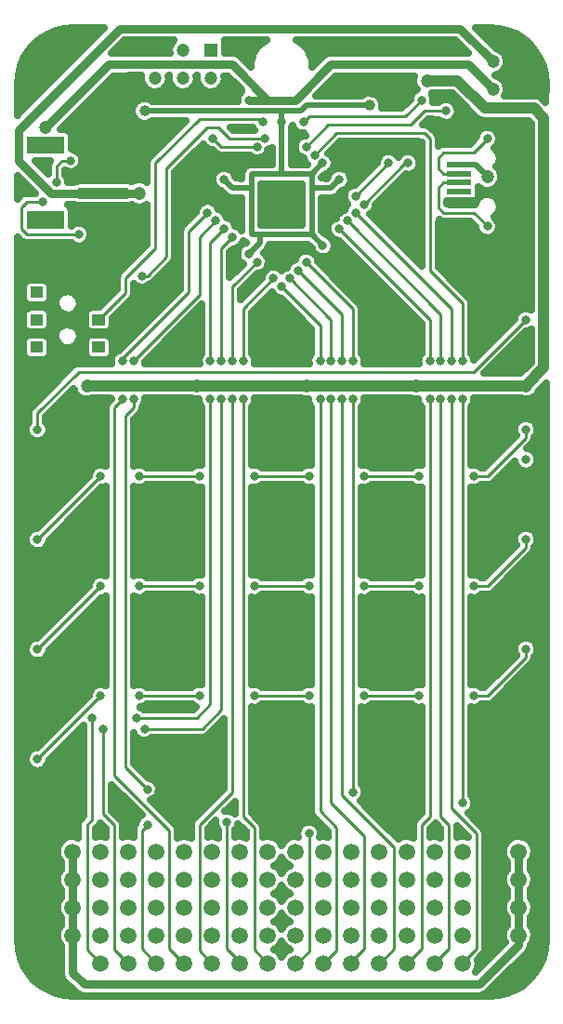
<source format=gbr>
G04 DipTrace 2.4.0.2*
%INBottom.gbr*%
%MOIN*%
%ADD10C,0.0098*%
%ADD13C,0.0197*%
%ADD16C,0.0315*%
%ADD18C,0.0394*%
%ADD20C,0.025*%
%ADD27R,0.0906X0.0197*%
%ADD28R,0.0984X0.0787*%
%ADD31C,0.0472*%
%ADD32R,0.0472X0.0472*%
%ADD34C,0.0591*%
%ADD35C,0.0472*%
%FSLAX44Y44*%
G04*
G70*
G90*
G75*
G01*
%LNBottom*%
%LPD*%
X12992Y32283D2*
D13*
X10728D1*
X10531Y32087D1*
X9843D1*
X4921D1*
X7776Y29626D2*
X8071Y29331D1*
X8760D1*
Y29823D1*
X9843D1*
Y31693D1*
X11319Y30217D2*
X10925Y29823D1*
X9843D1*
X11909Y29626D2*
X11614Y29331D1*
X10925D1*
Y29823D1*
X11319Y27264D2*
X10925Y27657D1*
Y29331D1*
X8661Y26969D2*
X9055Y27362D1*
Y27657D1*
X10925D1*
X9055D2*
X8760D1*
Y29331D1*
X9843Y31693D2*
Y32087D1*
X18343Y5543D2*
D16*
Y4543D1*
Y3543D1*
Y2543D1*
Y2201D1*
X16929Y787D1*
X2756D1*
X2343Y1201D1*
Y2543D1*
Y3543D1*
Y4543D1*
Y5543D1*
X1378Y31496D2*
X3642Y33760D1*
X8071D1*
X9350Y32480D1*
X10335D1*
X11614Y33760D1*
X16535D1*
X17421Y32874D1*
X8661Y32480D2*
X9350D1*
X15157Y23130D2*
D10*
Y24606D1*
X11909Y27854D1*
X15157Y21752D2*
Y6791D1*
X14862Y6496D1*
Y2067D1*
X14343Y1547D1*
Y1543D1*
X15551Y23130D2*
Y24803D1*
X12205Y28150D1*
X15551Y21752D2*
Y6791D1*
X15846Y6496D1*
Y2067D1*
X15343Y1563D1*
Y1543D1*
X15945Y23130D2*
Y25000D1*
X12500Y28445D1*
X15945Y21752D2*
Y7087D1*
X16831Y6201D1*
Y2067D1*
X16343Y1579D1*
Y1543D1*
X14370Y30217D2*
X14272D1*
X12795Y28740D1*
X13681Y30217D2*
X12500Y29035D1*
X7283Y23130D2*
Y27362D1*
X7776Y27854D1*
X3051Y10335D2*
Y6693D1*
X2854Y6496D1*
Y2031D1*
X3343Y1543D1*
X7283Y21752D2*
Y10827D1*
X6791Y10335D1*
X4626D1*
X7677Y23130D2*
Y27165D1*
X8071Y27559D1*
X3445Y9941D2*
Y6890D1*
X3839Y6496D1*
Y2047D1*
X4343Y1543D1*
X7677Y21752D2*
Y10630D1*
X6988Y9941D1*
X4921D1*
X7480Y28150D2*
X6890Y27559D1*
Y25492D1*
X4528Y23130D1*
X5343Y1543D2*
X4823Y2063D1*
Y6299D1*
X5020Y6496D1*
Y7776D2*
X4232Y8563D1*
Y21161D1*
X4528Y21457D1*
Y21752D1*
X7185Y28445D2*
X6496Y27756D1*
Y25591D1*
X4134Y23228D1*
Y23130D1*
X6343Y1543D2*
X5807Y2079D1*
Y6299D1*
X3839Y8268D1*
Y21457D1*
X4134Y21752D1*
X8071Y23130D2*
Y25787D1*
X8957Y26673D1*
X8071Y21752D2*
Y7677D1*
X6890Y6496D1*
Y1996D1*
X7343Y1543D1*
X12402Y23130D2*
Y25000D1*
X10728Y26673D1*
X12402Y21752D2*
Y7677D1*
X7874Y6594D2*
Y2067D1*
X8343Y1598D1*
Y1543D1*
X8465Y23130D2*
Y25000D1*
X9547Y26083D1*
X8465Y21752D2*
Y6791D1*
X8858Y6398D1*
Y2028D1*
X9343Y1543D1*
X11024Y30512D2*
X11811Y31299D1*
X14961D1*
X15157Y31102D1*
Y26378D1*
X16339Y25197D1*
Y23130D1*
Y21752D2*
Y7283D1*
X10827Y6201D2*
Y1969D1*
X10343Y1484D1*
Y1543D1*
X11220Y23130D2*
Y24409D1*
X9843Y25787D1*
X11220Y21752D2*
Y6988D1*
X11811Y6398D1*
Y2012D1*
X11343Y1543D1*
X11614Y23130D2*
Y24606D1*
X10138Y26083D1*
X11614Y21752D2*
Y7283D1*
X12795Y6102D1*
Y2067D1*
X12343Y1614D1*
Y1543D1*
X12008Y23130D2*
Y24803D1*
X10433Y26378D1*
X12008Y21752D2*
Y7579D1*
X13878Y5709D1*
Y2067D1*
X13354Y1543D1*
X13343D1*
X15748Y32087D2*
X14961D1*
X14469Y31594D1*
X11516D1*
X10728Y30807D1*
X3425Y29921D2*
D16*
X4724D1*
X17343Y2543D2*
Y3543D1*
Y4543D1*
Y5543D1*
X1343D2*
Y4543D1*
Y3543D1*
Y2543D1*
X1280Y28839D2*
D10*
X689D1*
X492Y28642D1*
Y27854D1*
X689Y27657D1*
X2559D1*
X2264Y30315D2*
X1969D1*
X1772Y30118D1*
Y29528D1*
X16201Y30157D2*
D13*
X16791D1*
X17224Y29724D1*
X14862Y32480D2*
D10*
X14272Y31890D1*
X10827D1*
X10630Y31693D1*
X9154D2*
Y31791D1*
X6890D1*
X5315Y30217D1*
Y27165D1*
X4232Y26083D1*
Y25561D1*
X3278Y24606D1*
X16201Y29528D2*
X15650D1*
X15453Y29331D1*
Y28642D1*
X15650Y28445D1*
X16732D1*
X17224Y27953D1*
X16201Y29843D2*
X15630D1*
X15453Y30020D1*
Y30413D1*
X15650Y30610D1*
X16732D1*
X17224Y31102D1*
X18602Y24606D2*
X16732Y22736D1*
X2559D1*
X1083Y21260D1*
Y20669D1*
X14764Y18996D2*
X12795D1*
X10827D2*
X8858D1*
X6890D2*
X4724D1*
X3346D2*
X1083Y16732D1*
X18602Y20669D2*
Y20374D1*
X17224Y18996D1*
X16732D1*
X18602Y16732D2*
Y16437D1*
X17224Y15059D1*
X16732D1*
X14764D2*
X12795D1*
X10827D2*
X8858D1*
X6890D2*
X4724D1*
X3346D2*
X1083Y12795D1*
X18602D2*
Y12500D1*
X17224Y11122D1*
X16732D1*
X14764D2*
X12795D1*
X10827D2*
X8858D1*
X6890D2*
X4724D1*
X3346D2*
X1083Y8858D1*
X9252Y31102D2*
X7972D1*
X7579Y31496D1*
X7185D1*
X5709Y30020D1*
Y26870D1*
X5020Y26181D1*
X4823D1*
X8957Y30807D2*
X7677D1*
X7382Y31102D1*
X3425Y29134D2*
D16*
X4724D1*
X3425D2*
X1575D1*
X394Y30315D1*
Y31398D1*
X4035Y35039D1*
X16240D1*
X17421Y33858D1*
X2854Y22244D2*
D18*
X6791D1*
X10728D1*
X14665D1*
X18602D1*
X15059Y33169D2*
X16142D1*
X17126Y32185D1*
X18898D1*
X19252Y31831D1*
Y22894D1*
X18602Y22244D1*
D35*
X17421Y33858D3*
X17224Y29724D3*
X1378Y31496D3*
D16*
X1772Y29528D3*
D35*
X17421Y32874D3*
X15059Y33169D3*
X18602Y22244D3*
X14665D3*
X10728D3*
D16*
X2264Y30315D3*
X1280Y28839D3*
X2559Y27657D3*
D35*
X4724Y29134D3*
X6791Y22244D3*
X4724Y29921D3*
X2854Y22244D3*
D18*
X12992Y32283D3*
D16*
X4823Y26181D3*
D18*
X4921Y32087D3*
D16*
X9843Y31693D3*
X12402Y23130D3*
X12795Y28740D3*
X14370Y30217D3*
X14862Y32480D3*
X8563Y34350D3*
X9252Y31102D3*
X10630Y31693D3*
X8957Y30807D3*
X10728D3*
X9154Y31693D3*
X11024Y30512D3*
X12500Y29035D3*
Y28445D3*
X7382Y31102D3*
X12205Y28150D3*
X11909Y29626D3*
Y27854D3*
X11614Y29921D3*
Y27559D3*
X12008Y23130D3*
X11614D3*
X11220D3*
X9843Y25787D3*
X8957Y26673D3*
X9547Y26083D3*
X8661Y26969D3*
X10138Y26083D3*
X13681Y30217D3*
X7185Y28445D3*
X7480Y29331D3*
Y28150D3*
X7776Y29626D3*
Y27854D3*
X12894Y30610D3*
X8071Y27559D3*
X14665Y27067D3*
X6102Y28839D3*
X9252Y29331D3*
X10433D3*
X9252Y28150D3*
X10433D3*
X9843Y29331D3*
X10433Y28740D3*
X9843Y28150D3*
X9252Y28740D3*
X11319Y30217D3*
Y27264D3*
X8661Y32480D3*
X17224Y27953D3*
Y31102D3*
X15748Y32087D3*
X12402Y21752D3*
X10433Y26378D3*
X10728Y26673D3*
X12008Y21752D3*
X8465Y23130D3*
X8071D3*
X7677D3*
X7283D3*
X4528D3*
X4134D3*
X16339D3*
X15945D3*
X15551D3*
X11614Y21752D3*
X11220D3*
X8465D3*
X8071D3*
X7677D3*
X7283D3*
X4528D3*
X4134D3*
X16339D3*
X15945D3*
X15551D3*
X15157D3*
Y23130D3*
X11122Y34350D3*
X12992Y34252D3*
X14665D3*
X6004Y26476D3*
X2461Y31594D3*
X16240Y27165D3*
X18406D3*
Y30413D3*
Y28642D3*
X1772Y20472D3*
X5315Y31299D3*
X3346Y28543D3*
X2264Y24606D3*
X5512Y25394D3*
X13976Y24606D3*
X17913D3*
X17520Y20866D3*
Y16732D3*
Y12795D3*
Y20472D3*
X1772Y16339D3*
X17520Y8858D3*
X1772Y20866D3*
Y16732D3*
X17520Y16339D3*
X1772Y12402D3*
Y12795D3*
Y8858D3*
X1870Y24606D3*
X17520Y12402D3*
X1772Y8465D3*
X5118Y24902D3*
X13583Y24606D3*
X17520D3*
Y8465D3*
X6004Y32579D3*
X5020Y7776D3*
X4626Y10335D3*
X3051D3*
X4921Y9941D3*
X3445D3*
X5020Y6496D3*
X12402Y7677D3*
X7874Y6594D3*
X16339Y7283D3*
X10827Y6201D3*
X18602Y24606D3*
X1083Y20669D3*
X18602D3*
X1083Y16732D3*
X14764Y18996D3*
X16732D3*
X10827D3*
X12795D3*
X8858D3*
X6890D3*
X4724D3*
X3346D3*
X18602Y19587D3*
X16732Y15059D3*
X14764D3*
X12795D3*
X10827D3*
X8858D3*
X6890D3*
X4724D3*
X3346D3*
X16732Y11122D3*
X14764D3*
X12795D3*
X10827D3*
X8858D3*
X6890D3*
X4724D3*
X3346D3*
X18602Y16732D3*
Y12795D3*
X1083D3*
Y8858D3*
X5709Y20669D3*
X9646D3*
X13583D3*
X5709Y16732D3*
X9646D3*
X13583D3*
X5709Y12795D3*
X9646D3*
X13583D3*
X5709Y8858D3*
X9646D3*
X13583D3*
X9843Y24606D3*
X6201Y24213D3*
X1431Y34819D2*
D20*
X3209D1*
X17064D2*
X18252D1*
X1080Y34571D2*
X2959D1*
X4173D2*
X5897D1*
X7814D2*
X9178D1*
X10505D2*
X16104D1*
X17314D2*
X18604D1*
X837Y34322D2*
X2713D1*
X3923D2*
X5787D1*
X7814D2*
X8924D1*
X10759D2*
X16354D1*
X17603D2*
X18846D1*
X669Y34073D2*
X2463D1*
X8361D2*
X8787D1*
X10900D2*
X11323D1*
X17884D2*
X19018D1*
X544Y33824D2*
X2213D1*
X8611D2*
X8721D1*
X10966D2*
X11071D1*
X17935D2*
X19139D1*
X462Y33576D2*
X1967D1*
X17845D2*
X19221D1*
X412Y33327D2*
X1717D1*
X3814D2*
X4791D1*
X7810D2*
X7898D1*
X11787D2*
X14573D1*
X17630D2*
X19272D1*
X392Y33078D2*
X1467D1*
X3564D2*
X4819D1*
X7779D2*
X8147D1*
X11537D2*
X14553D1*
X17892D2*
X19291D1*
X392Y32830D2*
X1221D1*
X3318D2*
X5041D1*
X5556D2*
X6041D1*
X6556D2*
X7041D1*
X7556D2*
X8397D1*
X11291D2*
X14623D1*
X17935D2*
X19295D1*
X392Y32581D2*
X971D1*
X3068D2*
X8237D1*
X13353D2*
X14440D1*
X15287D2*
X16069D1*
X19134D2*
X19295D1*
X392Y32332D2*
X721D1*
X2818D2*
X4518D1*
X13462D2*
X14260D1*
X16103D2*
X16319D1*
X392Y32084D2*
X478D1*
X2572D2*
X4448D1*
X16185D2*
X16565D1*
X2322Y31835D2*
X4522D1*
X16099D2*
X16819D1*
X2072Y31586D2*
X6233D1*
X15080D2*
X18776D1*
X2271Y31338D2*
X5983D1*
X10220D2*
X10401D1*
X15376D2*
X16862D1*
X17587D2*
X18776D1*
X2326Y31089D2*
X5737D1*
X10220D2*
X10405D1*
X15486D2*
X16760D1*
X17658D2*
X18776D1*
X2326Y30840D2*
X5487D1*
X11806D2*
X14830D1*
X17564D2*
X18776D1*
X2591Y30592D2*
X5237D1*
X6732D2*
X7440D1*
X9330D2*
X9467D1*
X10220D2*
X10354D1*
X11556D2*
X13491D1*
X13873D2*
X14178D1*
X14560D2*
X14830D1*
X17642D2*
X18776D1*
X2697Y30343D2*
X5014D1*
X6486D2*
X9467D1*
X10220D2*
X10623D1*
X11736D2*
X13264D1*
X17689D2*
X18776D1*
X1220Y30094D2*
X1444D1*
X2634D2*
X4987D1*
X6236D2*
X8510D1*
X11736D2*
X13108D1*
X17572D2*
X18776D1*
X2099Y29845D2*
X4987D1*
X6037D2*
X7405D1*
X8146D2*
X8385D1*
X12283D2*
X12858D1*
X14572D2*
X14830D1*
X17724D2*
X18776D1*
X392Y29597D2*
X509D1*
X2201D2*
X4541D1*
X4908D2*
X4985D1*
X6037D2*
X7342D1*
X12345D2*
X12608D1*
X14103D2*
X14830D1*
X17720D2*
X18776D1*
X392Y29348D2*
X756D1*
X6037D2*
X7448D1*
X9134D2*
X10549D1*
X13857D2*
X14830D1*
X17560D2*
X18776D1*
X392Y29099D2*
X509D1*
X6037D2*
X7780D1*
X9134D2*
X10549D1*
X11904D2*
X12072D1*
X13607D2*
X14830D1*
X16931D2*
X17147D1*
X17303D2*
X18776D1*
X6037Y28851D2*
X7100D1*
X7274D2*
X8385D1*
X9134D2*
X10549D1*
X11302D2*
X12108D1*
X13357D2*
X14830D1*
X15779D2*
X16799D1*
X17646D2*
X18776D1*
X2306Y28602D2*
X4987D1*
X6037D2*
X6780D1*
X7587D2*
X8385D1*
X9134D2*
X10549D1*
X11302D2*
X12096D1*
X13209D2*
X14830D1*
X17685D2*
X18776D1*
X2326Y28353D2*
X4987D1*
X6037D2*
X6643D1*
X7861D2*
X8385D1*
X9134D2*
X10549D1*
X11302D2*
X11823D1*
X13044D2*
X14830D1*
X17564D2*
X18776D1*
X2326Y28105D2*
X4987D1*
X6037D2*
X6393D1*
X8126D2*
X8385D1*
X9134D2*
X10549D1*
X11302D2*
X11561D1*
X13294D2*
X14830D1*
X15486D2*
X16619D1*
X17630D2*
X18776D1*
X2943Y27856D2*
X4987D1*
X6037D2*
X6183D1*
X11302D2*
X11475D1*
X13541D2*
X14830D1*
X15486D2*
X16799D1*
X17650D2*
X18776D1*
X2990Y27607D2*
X4987D1*
X6037D2*
X6169D1*
X13791D2*
X14830D1*
X15486D2*
X16979D1*
X17470D2*
X18776D1*
X392Y27359D2*
X619D1*
X2865D2*
X4987D1*
X6037D2*
X6169D1*
X11744D2*
X11951D1*
X14041D2*
X14830D1*
X15486D2*
X18776D1*
X392Y27110D2*
X4807D1*
X6037D2*
X6169D1*
X8076D2*
X8252D1*
X9326D2*
X10912D1*
X11724D2*
X12201D1*
X14287D2*
X14830D1*
X15486D2*
X18776D1*
X392Y26861D2*
X4557D1*
X6037D2*
X6169D1*
X8005D2*
X8241D1*
X9345D2*
X10338D1*
X11119D2*
X11213D1*
X11423D2*
X12451D1*
X14537D2*
X14830D1*
X15486D2*
X18776D1*
X392Y26613D2*
X4311D1*
X5904D2*
X6170D1*
X8005D2*
X8432D1*
X9388D2*
X10073D1*
X11240D2*
X12698D1*
X15486D2*
X18776D1*
X392Y26364D2*
X4061D1*
X5654D2*
X6170D1*
X8005D2*
X8194D1*
X11490D2*
X12948D1*
X15623D2*
X18776D1*
X392Y26115D2*
X3909D1*
X5408D2*
X6170D1*
X8849D2*
X9112D1*
X11740D2*
X13198D1*
X15873D2*
X18776D1*
X392Y25866D2*
X563D1*
X1544D2*
X3905D1*
X5111D2*
X6170D1*
X8603D2*
X8877D1*
X11986D2*
X13444D1*
X16123D2*
X18776D1*
X392Y25618D2*
X548D1*
X1556D2*
X3838D1*
X4560D2*
X6073D1*
X8400D2*
X8631D1*
X12236D2*
X13694D1*
X16369D2*
X18776D1*
X392Y25369D2*
X548D1*
X1556D2*
X1756D1*
X2572D2*
X3588D1*
X4490D2*
X5823D1*
X9287D2*
X9807D1*
X12486D2*
X13944D1*
X16611D2*
X18776D1*
X392Y25120D2*
X1729D1*
X2603D2*
X3338D1*
X4244D2*
X5573D1*
X9037D2*
X10057D1*
X12705D2*
X14190D1*
X16666D2*
X18776D1*
X392Y24872D2*
X555D1*
X1548D2*
X1873D1*
X2459D2*
X2784D1*
X3994D2*
X5326D1*
X6720D2*
X6955D1*
X8791D2*
X10307D1*
X12728D2*
X14440D1*
X16666D2*
X18264D1*
X392Y24623D2*
X548D1*
X1556D2*
X2772D1*
X3783D2*
X5076D1*
X6474D2*
X6955D1*
X8791D2*
X10553D1*
X12728D2*
X14690D1*
X16666D2*
X18166D1*
X392Y24374D2*
X548D1*
X1556D2*
X1920D1*
X2408D2*
X2776D1*
X3779D2*
X4826D1*
X6224D2*
X6955D1*
X8791D2*
X10803D1*
X12728D2*
X14830D1*
X16666D2*
X17916D1*
X392Y24126D2*
X1733D1*
X2595D2*
X4580D1*
X5974D2*
X6955D1*
X8791D2*
X10893D1*
X12728D2*
X14830D1*
X16666D2*
X17670D1*
X18576D2*
X18776D1*
X392Y23877D2*
X555D1*
X1552D2*
X1744D1*
X2587D2*
X2780D1*
X3775D2*
X4330D1*
X5728D2*
X6955D1*
X8791D2*
X10893D1*
X12728D2*
X14830D1*
X16666D2*
X17420D1*
X18326D2*
X18776D1*
X392Y23628D2*
X548D1*
X1556D2*
X1979D1*
X2353D2*
X2772D1*
X3783D2*
X4080D1*
X5478D2*
X6955D1*
X8791D2*
X10893D1*
X12728D2*
X14830D1*
X16666D2*
X17170D1*
X18076D2*
X18776D1*
X392Y23380D2*
X555D1*
X1552D2*
X2776D1*
X5228D2*
X6932D1*
X8814D2*
X10869D1*
X12751D2*
X14807D1*
X16689D2*
X16924D1*
X17830D2*
X18776D1*
X392Y23131D2*
X3698D1*
X4982D2*
X6850D1*
X8900D2*
X10784D1*
X12837D2*
X14721D1*
X17580D2*
X18776D1*
X392Y22882D2*
X2252D1*
X17330D2*
X18580D1*
X392Y22634D2*
X2002D1*
X392Y22385D2*
X1756D1*
X392Y22136D2*
X1506D1*
X19154D2*
X19292D1*
X392Y21887D2*
X1256D1*
X2162D2*
X2494D1*
X18962D2*
X19295D1*
X392Y21639D2*
X1010D1*
X1916D2*
X3573D1*
X4947D2*
X6866D1*
X8884D2*
X10799D1*
X12822D2*
X14737D1*
X16759D2*
X19295D1*
X392Y21390D2*
X784D1*
X1666D2*
X3510D1*
X4849D2*
X6955D1*
X8791D2*
X10893D1*
X12728D2*
X14830D1*
X16666D2*
X19295D1*
X392Y21141D2*
X756D1*
X1416D2*
X3510D1*
X4666D2*
X6955D1*
X8791D2*
X10893D1*
X12728D2*
X14830D1*
X16666D2*
X19295D1*
X392Y20893D2*
X713D1*
X1451D2*
X3510D1*
X4560D2*
X6955D1*
X8791D2*
X10893D1*
X12728D2*
X14830D1*
X16666D2*
X18233D1*
X18970D2*
X19295D1*
X392Y20644D2*
X647D1*
X1517D2*
X3510D1*
X4560D2*
X6955D1*
X8791D2*
X10893D1*
X12728D2*
X14830D1*
X16666D2*
X18166D1*
X19037D2*
X19295D1*
X392Y20395D2*
X752D1*
X1412D2*
X3510D1*
X4560D2*
X6955D1*
X8791D2*
X10893D1*
X12728D2*
X14830D1*
X16666D2*
X18170D1*
X18931D2*
X19295D1*
X392Y20147D2*
X3510D1*
X4560D2*
X6955D1*
X8791D2*
X10893D1*
X12728D2*
X14830D1*
X16666D2*
X17924D1*
X18826D2*
X19295D1*
X392Y19898D2*
X3510D1*
X4560D2*
X6955D1*
X8791D2*
X10893D1*
X12728D2*
X14830D1*
X16666D2*
X17674D1*
X18896D2*
X19295D1*
X392Y19649D2*
X3510D1*
X4560D2*
X6955D1*
X8791D2*
X10893D1*
X12728D2*
X14830D1*
X16666D2*
X17424D1*
X19033D2*
X19295D1*
X392Y19401D2*
X3252D1*
X4821D2*
X6795D1*
X8955D2*
X10733D1*
X12888D2*
X14670D1*
X16826D2*
X17178D1*
X18080D2*
X18212D1*
X18994D2*
X19295D1*
X392Y19152D2*
X2944D1*
X17834D2*
X19295D1*
X392Y18903D2*
X2803D1*
X17584D2*
X19295D1*
X392Y18655D2*
X2553D1*
X4978D2*
X6639D1*
X9111D2*
X10573D1*
X13048D2*
X14510D1*
X16986D2*
X19295D1*
X392Y18406D2*
X2303D1*
X3209D2*
X3510D1*
X4560D2*
X6955D1*
X8791D2*
X10893D1*
X12728D2*
X14830D1*
X16666D2*
X19295D1*
X392Y18157D2*
X2057D1*
X2959D2*
X3510D1*
X4560D2*
X6955D1*
X8791D2*
X10893D1*
X12728D2*
X14830D1*
X16666D2*
X19295D1*
X392Y17908D2*
X1807D1*
X2712D2*
X3510D1*
X4560D2*
X6955D1*
X8791D2*
X10893D1*
X12728D2*
X14830D1*
X16666D2*
X19295D1*
X392Y17660D2*
X1557D1*
X2462D2*
X3510D1*
X4560D2*
X6955D1*
X8791D2*
X10893D1*
X12728D2*
X14830D1*
X16666D2*
X19295D1*
X392Y17411D2*
X1311D1*
X2212D2*
X3510D1*
X4560D2*
X6955D1*
X8791D2*
X10893D1*
X12728D2*
X14830D1*
X16666D2*
X19295D1*
X392Y17162D2*
X1061D1*
X1966D2*
X3510D1*
X4560D2*
X6955D1*
X8791D2*
X10893D1*
X12728D2*
X14830D1*
X16666D2*
X19295D1*
X392Y16914D2*
X690D1*
X1716D2*
X3510D1*
X4560D2*
X6955D1*
X8791D2*
X10893D1*
X12728D2*
X14830D1*
X16666D2*
X18209D1*
X18994D2*
X19295D1*
X392Y16665D2*
X655D1*
X1513D2*
X3510D1*
X4560D2*
X6955D1*
X8791D2*
X10893D1*
X12728D2*
X14830D1*
X16666D2*
X18174D1*
X19033D2*
X19295D1*
X392Y16416D2*
X795D1*
X1369D2*
X3510D1*
X4560D2*
X6955D1*
X8791D2*
X10893D1*
X12728D2*
X14830D1*
X16666D2*
X18131D1*
X18927D2*
X19295D1*
X392Y16168D2*
X3510D1*
X4560D2*
X6955D1*
X8791D2*
X10893D1*
X12728D2*
X14830D1*
X16666D2*
X17881D1*
X18787D2*
X19295D1*
X392Y15919D2*
X3510D1*
X4560D2*
X6955D1*
X8791D2*
X10893D1*
X12728D2*
X14830D1*
X16666D2*
X17631D1*
X18537D2*
X19295D1*
X392Y15670D2*
X3510D1*
X4560D2*
X6955D1*
X8791D2*
X10893D1*
X12728D2*
X14830D1*
X16666D2*
X17385D1*
X18287D2*
X19295D1*
X392Y15422D2*
X3127D1*
X4943D2*
X6674D1*
X9076D2*
X10608D1*
X13013D2*
X14545D1*
X16951D2*
X17135D1*
X18041D2*
X19295D1*
X392Y15173D2*
X2928D1*
X17791D2*
X19295D1*
X392Y14924D2*
X2760D1*
X17541D2*
X19295D1*
X392Y14676D2*
X2510D1*
X4896D2*
X6717D1*
X9029D2*
X10655D1*
X12966D2*
X14592D1*
X16904D2*
X19295D1*
X392Y14427D2*
X2260D1*
X3166D2*
X3510D1*
X4560D2*
X6955D1*
X8791D2*
X10893D1*
X12728D2*
X14830D1*
X16666D2*
X19295D1*
X392Y14178D2*
X2014D1*
X2919D2*
X3510D1*
X4560D2*
X6955D1*
X8791D2*
X10893D1*
X12728D2*
X14830D1*
X16666D2*
X19295D1*
X392Y13929D2*
X1764D1*
X2669D2*
X3510D1*
X4560D2*
X6955D1*
X8791D2*
X10893D1*
X12728D2*
X14830D1*
X16666D2*
X19295D1*
X392Y13681D2*
X1514D1*
X2419D2*
X3510D1*
X4560D2*
X6955D1*
X8791D2*
X10893D1*
X12728D2*
X14830D1*
X16666D2*
X19295D1*
X392Y13432D2*
X1268D1*
X2173D2*
X3510D1*
X4560D2*
X6955D1*
X8791D2*
X10893D1*
X12728D2*
X14830D1*
X16666D2*
X19295D1*
X392Y13183D2*
X924D1*
X1923D2*
X3510D1*
X4560D2*
X6955D1*
X8791D2*
X10893D1*
X12728D2*
X14830D1*
X16666D2*
X18444D1*
X18759D2*
X19295D1*
X392Y12935D2*
X670D1*
X1673D2*
X3510D1*
X4560D2*
X6955D1*
X8791D2*
X10893D1*
X12728D2*
X14830D1*
X16666D2*
X18190D1*
X19013D2*
X19295D1*
X392Y12686D2*
X662D1*
X1501D2*
X3510D1*
X4560D2*
X6955D1*
X8791D2*
X10893D1*
X12728D2*
X14830D1*
X16666D2*
X18182D1*
X19025D2*
X19295D1*
X392Y12437D2*
X858D1*
X1310D2*
X3510D1*
X4560D2*
X6955D1*
X8791D2*
X10893D1*
X12728D2*
X14830D1*
X16666D2*
X18088D1*
X18923D2*
X19295D1*
X392Y12189D2*
X3510D1*
X4560D2*
X6955D1*
X8791D2*
X10893D1*
X12728D2*
X14830D1*
X16666D2*
X17838D1*
X18744D2*
X19295D1*
X392Y11940D2*
X3510D1*
X4560D2*
X6955D1*
X8791D2*
X10893D1*
X12728D2*
X14830D1*
X16666D2*
X17588D1*
X18494D2*
X19295D1*
X392Y11691D2*
X3510D1*
X4560D2*
X6955D1*
X8791D2*
X10893D1*
X12728D2*
X14830D1*
X16666D2*
X17342D1*
X18248D2*
X19295D1*
X392Y11443D2*
X3065D1*
X5005D2*
X6608D1*
X9138D2*
X10545D1*
X13076D2*
X14483D1*
X17013D2*
X17092D1*
X17998D2*
X19295D1*
X392Y11194D2*
X2916D1*
X17748D2*
X19295D1*
X392Y10945D2*
X2717D1*
X17501D2*
X19295D1*
X392Y10697D2*
X2467D1*
X4845D2*
X6701D1*
X8791D2*
X10893D1*
X12728D2*
X14830D1*
X16666D2*
X19295D1*
X392Y10448D2*
X2221D1*
X8791D2*
X10893D1*
X12728D2*
X14830D1*
X16666D2*
X19295D1*
X392Y10199D2*
X1971D1*
X8791D2*
X10893D1*
X12728D2*
X14830D1*
X16666D2*
X19295D1*
X392Y9950D2*
X1721D1*
X2626D2*
X2725D1*
X7451D2*
X7744D1*
X8791D2*
X10893D1*
X12728D2*
X14830D1*
X16666D2*
X19295D1*
X392Y9702D2*
X1475D1*
X2380D2*
X2725D1*
X7197D2*
X7744D1*
X8791D2*
X10893D1*
X12728D2*
X14830D1*
X16666D2*
X19295D1*
X392Y9453D2*
X1225D1*
X2130D2*
X2725D1*
X4560D2*
X7744D1*
X8791D2*
X10893D1*
X12728D2*
X14830D1*
X16666D2*
X19295D1*
X392Y9204D2*
X838D1*
X1880D2*
X2725D1*
X4560D2*
X7744D1*
X8791D2*
X10893D1*
X12728D2*
X14830D1*
X16666D2*
X19295D1*
X392Y8956D2*
X659D1*
X1634D2*
X2725D1*
X4560D2*
X7744D1*
X8791D2*
X10893D1*
X12728D2*
X14830D1*
X16666D2*
X19295D1*
X392Y8707D2*
X678D1*
X1490D2*
X2725D1*
X4560D2*
X7744D1*
X8791D2*
X10893D1*
X12728D2*
X14830D1*
X16666D2*
X19295D1*
X392Y8458D2*
X967D1*
X1199D2*
X2725D1*
X4791D2*
X7744D1*
X8791D2*
X10893D1*
X12728D2*
X14830D1*
X16666D2*
X19295D1*
X392Y8210D2*
X2725D1*
X5037D2*
X7744D1*
X8791D2*
X10893D1*
X12728D2*
X14830D1*
X16666D2*
X19295D1*
X392Y7961D2*
X2725D1*
X5412D2*
X7744D1*
X8791D2*
X10893D1*
X12728D2*
X14830D1*
X16666D2*
X19295D1*
X392Y7712D2*
X2725D1*
X3771D2*
X3938D1*
X5451D2*
X7655D1*
X8791D2*
X10893D1*
X12837D2*
X14830D1*
X16666D2*
X19295D1*
X392Y7464D2*
X2725D1*
X3771D2*
X4190D1*
X5310D2*
X7405D1*
X8791D2*
X10893D1*
X12779D2*
X14830D1*
X16732D2*
X19295D1*
X392Y7215D2*
X2725D1*
X3771D2*
X4440D1*
X5345D2*
X7155D1*
X8791D2*
X10893D1*
X12826D2*
X14830D1*
X16767D2*
X19295D1*
X392Y6966D2*
X2725D1*
X3822D2*
X4686D1*
X5591D2*
X6909D1*
X8791D2*
X10893D1*
X13072D2*
X14830D1*
X16623D2*
X19295D1*
X392Y6718D2*
X2623D1*
X4068D2*
X4651D1*
X5841D2*
X6659D1*
X8990D2*
X11037D1*
X13322D2*
X14631D1*
X16767D2*
X19295D1*
X392Y6469D2*
X2526D1*
X3279D2*
X3410D1*
X4166D2*
X4549D1*
X6084D2*
X6561D1*
X7314D2*
X7456D1*
X9177D2*
X10491D1*
X11162D2*
X11287D1*
X13572D2*
X14534D1*
X15287D2*
X15419D1*
X17013D2*
X19295D1*
X392Y6220D2*
X2526D1*
X3181D2*
X3510D1*
X4166D2*
X4494D1*
X6134D2*
X6561D1*
X7216D2*
X7545D1*
X8201D2*
X8530D1*
X9185D2*
X10393D1*
X11263D2*
X11483D1*
X13818D2*
X14534D1*
X15189D2*
X15518D1*
X16173D2*
X16358D1*
X17158D2*
X19295D1*
X392Y5971D2*
X1975D1*
X9709D2*
X9975D1*
X17158D2*
X17975D1*
X18709D2*
X19295D1*
X392Y5723D2*
X1799D1*
X17158D2*
X17799D1*
X18884D2*
X19295D1*
X392Y5474D2*
X1772D1*
X17158D2*
X17772D1*
X18912D2*
X19295D1*
X392Y5225D2*
X1869D1*
X17158D2*
X17869D1*
X18814D2*
X19295D1*
X392Y4977D2*
X1909D1*
X9705D2*
X9983D1*
X17158D2*
X17909D1*
X18779D2*
X19295D1*
X392Y4728D2*
X1803D1*
X17158D2*
X17803D1*
X18884D2*
X19295D1*
X392Y4479D2*
X1772D1*
X17158D2*
X17772D1*
X18912D2*
X19295D1*
X392Y4231D2*
X1866D1*
X17158D2*
X17866D1*
X18818D2*
X19295D1*
X392Y3982D2*
X1909D1*
X9697D2*
X9991D1*
X17158D2*
X17909D1*
X18779D2*
X19295D1*
X392Y3733D2*
X1803D1*
X17158D2*
X17803D1*
X18880D2*
X19295D1*
X392Y3485D2*
X1772D1*
X17158D2*
X17772D1*
X18912D2*
X19295D1*
X392Y3236D2*
X1862D1*
X17158D2*
X17862D1*
X18822D2*
X19295D1*
X392Y2987D2*
X1909D1*
X9689D2*
X9994D1*
X17158D2*
X17909D1*
X18779D2*
X19295D1*
X392Y2739D2*
X1807D1*
X17158D2*
X17807D1*
X18880D2*
X19295D1*
X390Y2490D2*
X1772D1*
X17158D2*
X17772D1*
X18912D2*
X19295D1*
X400Y2241D2*
X1862D1*
X17158D2*
X17776D1*
X18826D2*
X19284D1*
X431Y1992D2*
X1909D1*
X9681D2*
X10002D1*
X17150D2*
X17530D1*
X18720D2*
X19256D1*
X490Y1744D2*
X1909D1*
X16959D2*
X17280D1*
X18490D2*
X19194D1*
X591Y1495D2*
X1909D1*
X16916D2*
X17030D1*
X18244D2*
X19092D1*
X736Y1246D2*
X1909D1*
X17994D2*
X18948D1*
X935Y998D2*
X1959D1*
X17744D2*
X18748D1*
X1212Y749D2*
X2190D1*
X17498D2*
X18471D1*
X1681Y500D2*
X2436D1*
X17248D2*
X18002D1*
X16907Y29352D2*
X16903Y29176D1*
X16907Y28966D1*
X17027Y29056D1*
X17145Y29095D1*
X17270Y29100D1*
X17391Y29070D1*
X17498Y29007D1*
X17584Y28917D1*
X17641Y28806D1*
X17666Y28661D1*
X17648Y28538D1*
X17597Y28424D1*
X17516Y28330D1*
X17454Y28289D1*
X17510Y28248D1*
X17585Y28149D1*
X17627Y28032D1*
X17635Y27953D1*
X17616Y27830D1*
X17561Y27718D1*
X17475Y27628D1*
X17366Y27567D1*
X17244Y27543D1*
X17121Y27556D1*
X17006Y27605D1*
X16912Y27686D1*
X16846Y27792D1*
X16817Y27932D1*
X16605Y28145D1*
X15650Y28143D1*
X15525Y28170D1*
X15493Y28187D1*
X15460Y28102D1*
Y26505D1*
X16552Y25411D1*
X16621Y25303D1*
X16641Y25197D1*
Y23404D1*
X16699Y23326D1*
X16741Y23209D1*
X16745Y23177D1*
X18190Y24621D1*
X18201Y24691D1*
X18244Y24807D1*
X18321Y24905D1*
X18424Y24976D1*
X18543Y25013D1*
X18667Y25012D1*
X18802Y24962D1*
Y31648D1*
X18710Y31736D1*
X17126Y31735D1*
X17003Y31752D1*
X16886Y31805D1*
X16808Y31867D1*
X15954Y32720D1*
X15247Y32719D1*
X15223Y32677D1*
X15265Y32560D1*
X15273Y32480D1*
X15259Y32392D1*
X15472Y32389D1*
X15569Y32456D1*
X15688Y32493D1*
X15813Y32492D1*
X15931Y32454D1*
X16033Y32382D1*
X16109Y32283D1*
X16151Y32166D1*
X16159Y32087D1*
X16140Y31964D1*
X16085Y31852D1*
X15999Y31762D1*
X15890Y31701D1*
X15768Y31677D1*
X15644Y31689D1*
X15530Y31739D1*
X15480Y31782D1*
X15088Y31784D1*
X14901Y31599D1*
X14961Y31602D1*
X15085Y31574D1*
X15174Y31513D1*
X15371Y31316D1*
X15440Y31208D1*
X15460Y31102D1*
X15464Y30849D1*
X15576Y30903D1*
X15775Y30913D1*
X16607D1*
X16814Y31120D1*
X16823Y31187D1*
X16866Y31303D1*
X16943Y31401D1*
X17046Y31472D1*
X17165Y31509D1*
X17289Y31508D1*
X17408Y31470D1*
X17510Y31398D1*
X17585Y31299D1*
X17627Y31182D1*
X17635Y31102D1*
X17616Y30979D1*
X17561Y30868D1*
X17458Y30768D1*
X17498Y30739D1*
X17584Y30649D1*
X17641Y30538D1*
X17666Y30394D1*
X17648Y30270D1*
X17597Y30157D1*
X17544Y30095D1*
X17610Y30026D1*
X17674Y29918D1*
X17708Y29799D1*
X17714Y29724D1*
X17698Y29601D1*
X17651Y29485D1*
X17577Y29385D1*
X17480Y29307D1*
X17366Y29256D1*
X17243Y29235D1*
X17119Y29247D1*
X17002Y29289D1*
X16908Y29353D1*
X16907Y29189D1*
X16832Y28861D2*
X15754D1*
X15755Y28764D1*
X15900Y28747D1*
X16774Y28744D1*
X16798Y28774D1*
X16836Y28863D1*
X2645Y29584D2*
X4331D1*
X4454Y29551D1*
X4433Y29561D1*
X4669Y29620D1*
X4793Y29618D1*
X4913Y29585D1*
X5011Y29529D1*
X5013Y30217D1*
X5040Y30341D1*
X5101Y30430D1*
X6408Y31737D1*
X5206Y31735D1*
X5121Y31683D1*
X5003Y31644D1*
X4878Y31639D1*
X4757Y31668D1*
X4648Y31729D1*
X4561Y31817D1*
X4501Y31927D1*
X4473Y32048D1*
X4480Y32172D1*
X4520Y32290D1*
X4591Y32393D1*
X4688Y32471D1*
X4802Y32521D1*
X4926Y32537D1*
X5049Y32518D1*
X5162Y32466D1*
X5195Y32439D1*
X8253Y32440D1*
X8260Y32565D1*
X8303Y32681D1*
X8398Y32795D1*
X8353Y32897D1*
X7903Y33347D1*
X7778Y33349D1*
X7789Y33260D1*
X7773Y33136D1*
X7726Y33021D1*
X7652Y32920D1*
X7555Y32842D1*
X7441Y32791D1*
X7318Y32771D1*
X7194Y32782D1*
X7076Y32824D1*
X6974Y32895D1*
X6892Y32989D1*
X6837Y33101D1*
X6811Y33223D1*
X6819Y33351D1*
X6783Y33334D1*
X6789Y33260D1*
X6773Y33136D1*
X6726Y33021D1*
X6652Y32920D1*
X6555Y32842D1*
X6441Y32791D1*
X6318Y32771D1*
X6194Y32782D1*
X6076Y32824D1*
X5974Y32895D1*
X5892Y32989D1*
X5837Y33101D1*
X5811Y33223D1*
X5819Y33351D1*
X5783Y33334D1*
X5789Y33260D1*
X5773Y33136D1*
X5726Y33021D1*
X5652Y32920D1*
X5555Y32842D1*
X5441Y32791D1*
X5318Y32771D1*
X5194Y32782D1*
X5076Y32824D1*
X4974Y32895D1*
X4892Y32989D1*
X4837Y33101D1*
X4811Y33223D1*
X4819Y33351D1*
X3809Y33349D1*
X1896Y31434D1*
X2047D1*
X2167Y31404D1*
X2259Y31320D1*
X2300Y31181D1*
Y30724D1*
X2447Y30682D1*
X2549Y30610D1*
X2624Y30511D1*
X2667Y30394D1*
X2674Y30315D1*
X2655Y30192D1*
X2601Y30080D1*
X2515Y29990D1*
X2406Y29930D1*
X2284Y29905D1*
X2160Y29918D1*
X2071Y29956D1*
X2074Y29802D1*
X2132Y29724D1*
X2175Y29607D1*
X2181Y29545D1*
X2383Y29544D1*
X2475Y29580D1*
X2645Y29584D1*
X1528Y30298D2*
X989D1*
X1471Y29818D1*
X1469Y30118D1*
X1497Y30243D1*
X1513Y30275D1*
X8732Y33676D2*
X8740Y33797D1*
X8762Y33920D1*
X8798Y34040D1*
X8847Y34155D1*
X8909Y34263D1*
X8983Y34364D1*
X9067Y34456D1*
X9161Y34538D1*
X9302Y34630D1*
X7791Y34629D1*
X7789Y34167D1*
X8071Y34170D1*
X8194Y34152D1*
X8332Y34077D1*
X8734Y33677D1*
X10385Y34629D2*
X10550Y34518D1*
X10641Y34433D1*
X10723Y34338D1*
X10793Y34235D1*
X10852Y34125D1*
X10897Y34008D1*
X10930Y33888D1*
X10952Y33677D1*
X11324Y34050D1*
X11424Y34124D1*
X11574Y34168D1*
X14114Y34170D1*
X16528D1*
X16068Y34631D1*
X14615Y34629D1*
X10385D1*
X5822Y34173D2*
X5811Y34223D1*
X5818Y34347D1*
X5855Y34466D1*
X5922Y34571D1*
X5982Y34627D1*
X4205Y34629D1*
X3748Y34172D1*
X5818Y34170D1*
X9566Y2040D2*
X9620Y2016D1*
X9720Y1941D1*
X9800Y1846D1*
X9840Y1766D1*
X9935Y1910D1*
X10029Y1993D1*
X10121Y2043D1*
X9986Y2127D1*
X9901Y2218D1*
X9845Y2316D1*
X9768Y2197D1*
X9678Y2110D1*
X9568Y2044D1*
X9843Y2762D2*
X9863Y2809D1*
X9935Y2910D1*
X10029Y2993D1*
X10121Y3043D1*
X9986Y3127D1*
X9901Y3218D1*
X9845Y3316D1*
X9768Y3197D1*
X9678Y3110D1*
X9568Y3044D1*
X9620Y3016D1*
X9720Y2941D1*
X9800Y2846D1*
X9840Y2766D1*
X9566Y4040D2*
X9620Y4016D1*
X9720Y3941D1*
X9800Y3846D1*
X9840Y3766D1*
X9935Y3910D1*
X10029Y3993D1*
X10121Y4043D1*
X9986Y4127D1*
X9901Y4218D1*
X9845Y4316D1*
X9768Y4197D1*
X9678Y4110D1*
X9568Y4044D1*
X9843Y4762D2*
X9863Y4809D1*
X9935Y4910D1*
X10029Y4993D1*
X10121Y5043D1*
X9986Y5127D1*
X9901Y5218D1*
X9845Y5316D1*
X9768Y5197D1*
X9678Y5110D1*
X9568Y5044D1*
X9620Y5016D1*
X9720Y4941D1*
X9800Y4846D1*
X9840Y4766D1*
X3157Y6057D2*
X3259Y6085D1*
X3383Y6090D1*
X3538Y6053D1*
X3536Y6371D1*
X3328Y6571D1*
X3265Y6479D1*
X3157Y6371D1*
Y6062D1*
X4142Y6053D2*
X4259Y6085D1*
X4383Y6090D1*
X4524Y6059D1*
X4521Y6299D1*
X4548Y6424D1*
X4612Y6516D1*
X4618Y6581D1*
X4662Y6697D1*
X4738Y6795D1*
X4825Y6855D1*
X3745Y7933D1*
X3747Y7015D1*
X4052Y6710D1*
X4121Y6602D1*
X4141Y6496D1*
Y6055D1*
X6107Y6036D2*
X6259Y6085D1*
X6383Y6090D1*
X6506Y6067D1*
X6588Y6031D1*
X6587Y6496D1*
X6615Y6621D1*
X6676Y6710D1*
X7767Y7801D1*
X7769Y10290D1*
X7202Y9727D1*
X7094Y9659D1*
X6988Y9639D1*
X5195D1*
X5172Y9616D1*
X5063Y9556D1*
X4941Y9531D1*
X4817Y9544D1*
X4703Y9593D1*
X4609Y9675D1*
X4543Y9780D1*
X4535Y9814D1*
Y8689D1*
X5034Y8188D1*
X5203Y8143D1*
X5305Y8071D1*
X5380Y7972D1*
X5423Y7855D1*
X5430Y7776D1*
X5411Y7653D1*
X5356Y7541D1*
X5271Y7451D1*
X5150Y7388D1*
X5820Y6714D1*
X6021Y6513D1*
X6089Y6405D1*
X6109Y6299D1*
Y6037D1*
X7195Y6068D2*
X7259Y6085D1*
X7383Y6090D1*
X7506Y6067D1*
X7574Y6037D1*
X7572Y6313D1*
X7496Y6434D1*
X7465Y6555D1*
X7471Y6652D1*
X7194Y6372D1*
X7192Y6070D1*
X8180Y6064D2*
X8259Y6085D1*
X8383Y6090D1*
X8506Y6067D1*
X8559Y6043D1*
X8556Y6274D1*
X8282Y6546D1*
X8266Y6471D1*
X8211Y6360D1*
X8176Y6323D1*
Y6067D1*
X9157Y6057D2*
X9259Y6085D1*
X9383Y6090D1*
X9506Y6067D1*
X9620Y6016D1*
X9720Y5941D1*
X9800Y5846D1*
X9840Y5766D1*
X9935Y5910D1*
X10029Y5993D1*
X10138Y6052D1*
X10259Y6085D1*
X10383Y6090D1*
X10433Y6081D1*
X10418Y6161D1*
X10425Y6285D1*
X10469Y6402D1*
X10545Y6500D1*
X10648Y6570D1*
X10767Y6607D1*
X10892Y6606D1*
X11010Y6568D1*
X11112Y6496D1*
X11187Y6397D1*
X11230Y6280D1*
X11237Y6201D1*
X11217Y6074D1*
X11259Y6085D1*
X11383Y6090D1*
X11509Y6065D1*
Y6274D1*
X11007Y6774D1*
X10938Y6882D1*
X10918Y6988D1*
Y10719D1*
X10847Y10712D1*
X10723Y10725D1*
X10609Y10774D1*
X10559Y10817D1*
X9135Y10820D1*
X9000Y10737D1*
X8878Y10712D1*
X8766Y10724D1*
X8767Y6920D1*
X9072Y6611D1*
X9141Y6504D1*
X9161Y6398D1*
Y6058D1*
X14026Y5990D2*
X14138Y6052D1*
X14259Y6085D1*
X14383Y6090D1*
X14506Y6067D1*
X14559Y6043D1*
X14560Y6496D1*
X14588Y6621D1*
X14648Y6710D1*
X14856Y6917D1*
X14855Y10725D1*
X14784Y10712D1*
X14660Y10725D1*
X14546Y10774D1*
X14496Y10817D1*
X13072Y10820D1*
X12937Y10737D1*
X12815Y10712D1*
X12703Y10724D1*
X12704Y7951D1*
X12762Y7874D1*
X12804Y7756D1*
X12812Y7677D1*
X12793Y7554D1*
X12738Y7442D1*
X12655Y7355D1*
X13106Y6909D1*
X14025Y5989D1*
X15165Y6059D2*
X15259Y6085D1*
X15383Y6090D1*
X15506Y6067D1*
X15545Y6049D1*
X15544Y6368D1*
X15353Y6562D1*
X15164Y6370D1*
X15165Y6062D1*
X16150Y6055D2*
X16259Y6085D1*
X16383Y6090D1*
X16531Y6056D1*
X16528Y6079D1*
X16150Y6454D1*
X16149Y6055D1*
X17895Y33735D2*
X17848Y33619D1*
X17774Y33519D1*
X17677Y33441D1*
X17563Y33390D1*
X17498Y33379D1*
X17718Y33263D1*
X17807Y33175D1*
X17870Y33068D1*
X17905Y32948D1*
X17911Y32874D1*
X17895Y32750D1*
X17850Y32638D1*
X18376Y32635D1*
X18898D1*
X19021Y32618D1*
X19138Y32565D1*
X19216Y32503D1*
X19318Y32401D1*
X19320Y33059D1*
X19294Y33384D1*
X19221Y33690D1*
X19100Y33979D1*
X18936Y34246D1*
X18733Y34484D1*
X18494Y34687D1*
X18227Y34850D1*
X17938Y34970D1*
X17633Y35043D1*
X17306Y35068D1*
X16796Y35065D1*
X17522Y34338D1*
X17610Y34310D1*
X17718Y34247D1*
X17807Y34160D1*
X17870Y34052D1*
X17905Y33933D1*
X17911Y33858D1*
X17895Y33735D1*
X14690Y32854D2*
X14652Y32898D1*
X14596Y33010D1*
X14571Y33132D1*
X14578Y33257D1*
X14607Y33349D1*
X11782D1*
X11068Y32633D1*
X12353Y32635D1*
X12709D1*
X12759Y32668D1*
X12873Y32717D1*
X12997Y32733D1*
X13120Y32715D1*
X13233Y32663D1*
X13328Y32583D1*
X13397Y32479D1*
X13435Y32360D1*
X13442Y32283D1*
X13430Y32195D1*
X14143Y32192D1*
X14453Y32499D1*
X14460Y32565D1*
X14504Y32681D1*
X14581Y32779D1*
X14687Y32851D1*
X14749Y21766D2*
X14684Y21755D1*
X14560Y21766D1*
X14483Y21794D1*
X12810D1*
X12812Y21752D1*
X12793Y21629D1*
X12738Y21517D1*
X12703Y21480D1*
X12704Y19396D1*
X12860Y19401D1*
X12979Y19363D1*
X13071Y19298D1*
X14487D1*
X14585Y19366D1*
X14704Y19402D1*
X14829Y19401D1*
X14855Y19393D1*
Y21475D1*
X14780Y21591D1*
X14749Y21712D1*
X14752Y21763D1*
X10812Y21766D2*
X10747Y21755D1*
X10623Y21766D1*
X10546Y21794D1*
X8873D1*
X8875Y21752D1*
X8856Y21629D1*
X8801Y21517D1*
X8766Y21480D1*
X8767Y19396D1*
X8923Y19401D1*
X9042Y19363D1*
X9134Y19298D1*
X10550D1*
X10648Y19366D1*
X10767Y19402D1*
X10892Y19401D1*
X10918Y19393D1*
Y21476D1*
X10843Y21591D1*
X10812Y21712D1*
X10815Y21763D1*
X6875Y21766D2*
X6810Y21755D1*
X6686Y21766D1*
X6609Y21794D1*
X4936D1*
X4938Y21752D1*
X4919Y21629D1*
X4864Y21517D1*
X4829Y21480D1*
X4802Y21332D1*
X4741Y21243D1*
X4534Y21036D1*
X4535Y19361D1*
X4665Y19402D1*
X4789Y19401D1*
X4908Y19363D1*
X5000Y19298D1*
X6611D1*
X6711Y19366D1*
X6830Y19402D1*
X6955Y19401D1*
X6981Y19393D1*
Y21471D1*
X6906Y21591D1*
X6875Y21712D1*
X6878Y21763D1*
X10236Y31581D2*
X10195Y31490D1*
X10194Y30173D1*
X10776Y30174D1*
X10711Y30245D1*
X10646Y30351D1*
X10624Y30410D1*
X10510Y30459D1*
X10416Y30541D1*
X10350Y30647D1*
X10320Y30767D1*
X10327Y30892D1*
X10370Y31008D1*
X10447Y31106D1*
X10550Y31177D1*
X10669Y31213D1*
X10704D1*
X10650Y31283D1*
X10526Y31296D1*
X10412Y31345D1*
X10317Y31426D1*
X10252Y31532D1*
X10240Y31581D1*
X8868Y31404D2*
X8841Y31426D1*
X8802Y31489D1*
X8017D1*
X8099Y31403D1*
X8859Y31405D1*
X11514Y29729D2*
X11551Y29827D1*
X11628Y29925D1*
X11731Y29996D1*
X11850Y30032D1*
X11974Y30031D1*
X12093Y29993D1*
X12195Y29921D1*
X12270Y29822D1*
X12312Y29705D1*
X12320Y29626D1*
X12301Y29503D1*
X12246Y29391D1*
X12160Y29301D1*
X12051Y29241D1*
X12017Y29234D1*
X11863Y29082D1*
X11761Y29011D1*
X11614Y28979D1*
X11274D1*
X11277Y27803D1*
X11420Y27660D1*
X11502Y27631D1*
X11604Y27559D1*
X11679Y27460D1*
X11722Y27343D1*
X11729Y27264D1*
X11711Y27141D1*
X11656Y27029D1*
X11570Y26939D1*
X11461Y26879D1*
X11339Y26854D1*
X11215Y26867D1*
X11101Y26916D1*
X11006Y26997D1*
X10941Y27103D1*
X10927Y27160D1*
X10780Y27305D1*
X9406Y27306D1*
X9385Y27240D1*
X9304Y27114D1*
X9196Y27006D1*
X9242Y26969D1*
X9317Y26870D1*
X9360Y26753D1*
X9367Y26673D1*
X9348Y26550D1*
X9293Y26438D1*
X9208Y26348D1*
X9099Y26288D1*
X8973Y26264D1*
X8372Y25661D1*
X8373Y25338D1*
X9137Y26100D1*
X9145Y26167D1*
X9189Y26284D1*
X9266Y26382D1*
X9369Y26452D1*
X9488Y26489D1*
X9612Y26488D1*
X9731Y26450D1*
X9839Y26369D1*
X9959Y26452D1*
X10037Y26476D1*
X10075Y26579D1*
X10152Y26677D1*
X10254Y26748D1*
X10333Y26772D1*
X10370Y26874D1*
X10447Y26972D1*
X10550Y27043D1*
X10669Y27079D1*
X10793D1*
X10912Y27041D1*
X11013Y26969D1*
X11089Y26870D1*
X11131Y26753D1*
X11137Y26691D1*
X12615Y25214D1*
X12684Y25106D1*
X12704Y25000D1*
X12703Y23404D1*
X12762Y23326D1*
X12804Y23209D1*
X12812Y23130D1*
X12799Y23041D1*
X13309Y23039D1*
X14758D1*
X14749Y23090D1*
X14756Y23214D1*
X14799Y23331D1*
X14855Y23401D1*
Y24478D1*
X13264Y26072D1*
X11892Y27445D1*
X11806Y27457D1*
X11691Y27507D1*
X11597Y27588D1*
X11532Y27694D1*
X11501Y27814D1*
X11508Y27939D1*
X11551Y28055D1*
X11628Y28153D1*
X11731Y28224D1*
X11809Y28248D1*
X11847Y28351D1*
X11923Y28449D1*
X12026Y28519D1*
X12104Y28543D1*
X12142Y28646D1*
X12216Y28741D1*
X12188Y28769D1*
X12122Y28875D1*
X12091Y28996D1*
X12098Y29120D1*
X12142Y29236D1*
X12219Y29335D1*
X12321Y29405D1*
X12440Y29442D1*
X12475Y29441D1*
X13272Y30235D1*
X13279Y30301D1*
X13323Y30418D1*
X13400Y30516D1*
X13502Y30586D1*
X13621Y30623D1*
X13746Y30622D1*
X13865Y30584D1*
X13966Y30512D1*
X14025Y30435D1*
X14089Y30516D1*
X14191Y30586D1*
X14310Y30623D1*
X14435Y30622D1*
X14553Y30584D1*
X14655Y30512D1*
X14731Y30413D1*
X14773Y30296D1*
X14781Y30217D1*
X14762Y30093D1*
X14707Y29982D1*
X14621Y29892D1*
X14512Y29831D1*
X14390Y29806D1*
X14301Y29816D1*
X13207Y28724D1*
X13187Y28617D1*
X13132Y28505D1*
X13046Y28415D1*
X12988Y28383D1*
X14854Y26518D1*
X14855Y30976D1*
X14711Y30997D1*
X11933D1*
X11514Y30574D1*
X11604Y30512D1*
X11679Y30413D1*
X11722Y30296D1*
X11729Y30217D1*
X11711Y30093D1*
X11656Y29982D1*
X11570Y29892D1*
X11461Y29831D1*
X11427Y29824D1*
X11283Y29683D1*
X11468Y29682D1*
X11391Y29791D1*
X11283Y29683D1*
X10824Y23041D2*
X10812Y23090D1*
X10819Y23214D1*
X10862Y23331D1*
X10918Y23401D1*
Y24282D1*
X9827Y25375D1*
X9739Y25390D1*
X9624Y25440D1*
X9530Y25521D1*
X9487Y25590D1*
X8769Y24877D1*
X8767Y23410D1*
X8825Y23326D1*
X8867Y23209D1*
X8875Y23130D1*
X8862Y23041D1*
X9934Y23039D1*
X10821D1*
X8468Y26610D2*
X8443Y26621D1*
X8349Y26702D1*
X8284Y26808D1*
X8253Y26929D1*
X8260Y27053D1*
X8303Y27170D1*
X8380Y27268D1*
X8483Y27338D1*
X8553Y27360D1*
X8479Y27447D1*
X8463Y27436D1*
X8408Y27324D1*
X8322Y27234D1*
X8213Y27174D1*
X8087Y27149D1*
X7978Y27039D1*
X7979Y26122D1*
X8462Y26606D1*
X6887Y23041D2*
X6875Y23090D1*
X6882Y23214D1*
X6925Y23331D1*
X6981Y23401D1*
Y25157D1*
X4935Y23110D1*
X4934Y23039D1*
X6883D1*
X4769Y10715D2*
X4809Y10702D1*
X4902Y10637D1*
X6669D1*
X6763Y10733D1*
X6672Y10774D1*
X6622Y10817D1*
X5003Y10820D1*
X4866Y10737D1*
X4771Y10717D1*
X7818Y7001D2*
X7939Y7000D1*
X8057Y6962D1*
X8161Y6887D1*
X8162Y7342D1*
X7823Y7002D1*
X18802Y24253D2*
X18744Y24221D1*
X18618Y24197D1*
X17117Y22694D1*
X18411D1*
X18801Y23079D1*
X18802Y24249D1*
X14856Y18601D2*
X14784Y18586D1*
X14660Y18599D1*
X14546Y18648D1*
X14496Y18691D1*
X13072Y18694D1*
X12937Y18611D1*
X12815Y18586D1*
X12703Y18598D1*
X12704Y15459D1*
X12860Y15464D1*
X12979Y15426D1*
X13071Y15361D1*
X14487D1*
X14585Y15429D1*
X14704Y15465D1*
X14829Y15464D1*
X14855Y15456D1*
Y18592D1*
X10919Y18601D2*
X10847Y18586D1*
X10723Y18599D1*
X10609Y18648D1*
X10559Y18691D1*
X9135Y18694D1*
X9000Y18611D1*
X8878Y18586D1*
X8766Y18598D1*
X8767Y15459D1*
X8923Y15464D1*
X9042Y15426D1*
X9134Y15361D1*
X10550D1*
X10648Y15429D1*
X10767Y15465D1*
X10892Y15464D1*
X10918Y15456D1*
Y18594D1*
X6982Y18601D2*
X6910Y18586D1*
X6786Y18599D1*
X6672Y18648D1*
X6622Y18691D1*
X5003Y18694D1*
X4866Y18611D1*
X4744Y18586D1*
X4621Y18599D1*
X4531Y18637D1*
X4535Y17661D1*
Y15423D1*
X4665Y15465D1*
X4789Y15464D1*
X4908Y15426D1*
X5000Y15361D1*
X6611D1*
X6711Y15429D1*
X6830Y15465D1*
X6955Y15464D1*
X6981Y15456D1*
Y18596D1*
X14856Y14664D2*
X14784Y14649D1*
X14660Y14662D1*
X14546Y14711D1*
X14496Y14754D1*
X13072Y14757D1*
X12937Y14674D1*
X12815Y14649D1*
X12703Y14661D1*
X12704Y11521D1*
X12860Y11527D1*
X12979Y11489D1*
X13071Y11424D1*
X14487D1*
X14585Y11492D1*
X14704Y11528D1*
X14829Y11527D1*
X14855Y11519D1*
Y14662D1*
X10919Y14664D2*
X10847Y14649D1*
X10723Y14662D1*
X10609Y14711D1*
X10559Y14754D1*
X9135Y14757D1*
X9000Y14674D1*
X8878Y14649D1*
X8766Y14661D1*
X8767Y11521D1*
X8923Y11527D1*
X9042Y11489D1*
X9134Y11424D1*
X10550D1*
X10648Y11492D1*
X10767Y11528D1*
X10892Y11527D1*
X10918Y11519D1*
Y14656D1*
X6982Y14664D2*
X6910Y14649D1*
X6786Y14662D1*
X6672Y14711D1*
X6622Y14754D1*
X5003Y14757D1*
X4866Y14674D1*
X4744Y14649D1*
X4621Y14662D1*
X4531Y14700D1*
X4535Y14161D1*
Y11486D1*
X4665Y11528D1*
X4789Y11527D1*
X4908Y11489D1*
X5000Y11424D1*
X6611D1*
X6711Y11492D1*
X6830Y11528D1*
X6955Y11527D1*
X6981Y11519D1*
Y14659D1*
X18255Y12585D2*
X18224Y12635D1*
X18194Y12755D1*
X18201Y12880D1*
X18244Y12996D1*
X18321Y13094D1*
X18424Y13165D1*
X18543Y13202D1*
X18667Y13201D1*
X18786Y13163D1*
X18887Y13091D1*
X18963Y12992D1*
X19005Y12875D1*
X19013Y12795D1*
X18994Y12672D1*
X18939Y12560D1*
X18904Y12524D1*
X18877Y12375D1*
X18816Y12286D1*
X17438Y10908D1*
X17330Y10840D1*
X17224Y10820D1*
X17007Y10822D1*
X16983Y10797D1*
X16874Y10737D1*
X16752Y10712D1*
X16640Y10724D1*
Y7557D1*
X16699Y7480D1*
X16741Y7363D1*
X16749Y7283D1*
X16730Y7160D1*
X16675Y7049D1*
X16590Y6958D1*
X16532Y6926D1*
X17044Y6415D1*
X17113Y6307D1*
X17133Y6201D1*
Y2067D1*
X17105Y1942D1*
X17044Y1853D1*
X16870Y1678D1*
X16891Y1543D1*
X16877Y1419D1*
X16835Y1302D1*
X16787Y1226D1*
X17857Y2296D1*
X17839Y2327D1*
X17803Y2446D1*
X17795Y2570D1*
X17815Y2694D1*
X17863Y2809D1*
X17933Y2907D1*
X17932Y3180D1*
X17839Y3327D1*
X17803Y3446D1*
X17795Y3570D1*
X17815Y3694D1*
X17863Y3809D1*
X17933Y3907D1*
X17932Y4180D1*
X17839Y4327D1*
X17803Y4446D1*
X17795Y4570D1*
X17815Y4694D1*
X17863Y4809D1*
X17933Y4907D1*
X17932Y5180D1*
X17839Y5327D1*
X17803Y5446D1*
X17795Y5570D1*
X17815Y5694D1*
X17863Y5809D1*
X17935Y5910D1*
X18029Y5993D1*
X18138Y6052D1*
X18259Y6085D1*
X18383Y6090D1*
X18506Y6067D1*
X18620Y6016D1*
X18720Y5941D1*
X18800Y5846D1*
X18856Y5735D1*
X18886Y5614D1*
X18891Y5543D1*
X18877Y5419D1*
X18835Y5302D1*
X18754Y5183D1*
X18753Y4907D1*
X18800Y4846D1*
X18856Y4735D1*
X18886Y4614D1*
X18891Y4543D1*
X18877Y4419D1*
X18835Y4302D1*
X18754Y4183D1*
X18753Y3907D1*
X18800Y3846D1*
X18856Y3735D1*
X18886Y3614D1*
X18891Y3543D1*
X18877Y3419D1*
X18835Y3302D1*
X18754Y3183D1*
X18753Y2907D1*
X18800Y2846D1*
X18856Y2735D1*
X18886Y2614D1*
X18891Y2543D1*
X18877Y2419D1*
X18835Y2302D1*
X18754Y2183D1*
X18723Y2047D1*
X18633Y1910D1*
X17219Y497D1*
X17119Y423D1*
X16969Y379D1*
X14429Y377D1*
X2756D1*
X2633Y396D1*
X2495Y470D1*
X2052Y910D1*
X1979Y1011D1*
X1934Y1161D1*
X1932Y2181D1*
X1839Y2327D1*
X1803Y2446D1*
X1795Y2570D1*
X1815Y2694D1*
X1863Y2809D1*
X1933Y2907D1*
X1932Y3180D1*
X1839Y3327D1*
X1803Y3446D1*
X1795Y3570D1*
X1815Y3694D1*
X1863Y3809D1*
X1933Y3907D1*
X1932Y4180D1*
X1839Y4327D1*
X1803Y4446D1*
X1795Y4570D1*
X1815Y4694D1*
X1863Y4809D1*
X1933Y4907D1*
X1932Y5180D1*
X1839Y5327D1*
X1803Y5446D1*
X1795Y5570D1*
X1815Y5694D1*
X1863Y5809D1*
X1935Y5910D1*
X2029Y5993D1*
X2138Y6052D1*
X2259Y6085D1*
X2383Y6090D1*
X2506Y6067D1*
X2552Y6046D1*
Y6496D1*
X2580Y6621D1*
X2641Y6710D1*
X2748Y6818D1*
X2749Y10056D1*
X2733Y10078D1*
X1491Y8839D1*
X1474Y8735D1*
X1419Y8623D1*
X1334Y8533D1*
X1225Y8473D1*
X1103Y8448D1*
X979Y8461D1*
X864Y8510D1*
X770Y8592D1*
X705Y8698D1*
X674Y8818D1*
X681Y8943D1*
X725Y9059D1*
X801Y9157D1*
X904Y9228D1*
X1023Y9265D1*
X1058Y9264D1*
X2938Y11141D1*
X2945Y11207D1*
X2988Y11323D1*
X3065Y11421D1*
X3168Y11492D1*
X3287Y11528D1*
X3411Y11527D1*
X3539Y11483D1*
X3536Y12143D1*
Y14694D1*
X3488Y14674D1*
X3363Y14649D1*
X1491Y12776D1*
X1474Y12672D1*
X1419Y12560D1*
X1334Y12470D1*
X1225Y12410D1*
X1103Y12385D1*
X979Y12398D1*
X864Y12447D1*
X770Y12529D1*
X705Y12635D1*
X674Y12755D1*
X681Y12880D1*
X725Y12996D1*
X801Y13094D1*
X904Y13165D1*
X1023Y13202D1*
X1058Y13201D1*
X2938Y15078D1*
X2945Y15144D1*
X2988Y15260D1*
X3065Y15358D1*
X3168Y15429D1*
X3287Y15465D1*
X3411Y15464D1*
X3539Y15420D1*
X3536Y16518D1*
Y18631D1*
X3488Y18611D1*
X3363Y18586D1*
X1491Y16713D1*
X1474Y16609D1*
X1419Y16497D1*
X1334Y16407D1*
X1225Y16347D1*
X1103Y16322D1*
X979Y16335D1*
X864Y16384D1*
X770Y16466D1*
X705Y16572D1*
X674Y16692D1*
X681Y16817D1*
X725Y16933D1*
X801Y17031D1*
X904Y17102D1*
X1023Y17139D1*
X1058Y17138D1*
X2938Y19015D1*
X2945Y19081D1*
X2988Y19197D1*
X3065Y19295D1*
X3168Y19366D1*
X3287Y19402D1*
X3411Y19401D1*
X3539Y19357D1*
X3536Y20018D1*
Y21457D1*
X3564Y21581D1*
X3625Y21670D1*
X3721Y21767D1*
X3666Y21794D1*
X3045D1*
X2996Y21776D1*
X2873Y21755D1*
X2749Y21766D1*
X2631Y21808D1*
X2529Y21879D1*
X2447Y21973D1*
X2392Y22085D1*
X2381Y22134D1*
X1383Y21133D1*
X1385Y20943D1*
X1443Y20866D1*
X1486Y20749D1*
X1493Y20669D1*
X1474Y20546D1*
X1419Y20434D1*
X1334Y20344D1*
X1225Y20284D1*
X1103Y20259D1*
X979Y20272D1*
X864Y20321D1*
X770Y20403D1*
X705Y20509D1*
X674Y20629D1*
X681Y20754D1*
X725Y20870D1*
X780Y20941D1*
Y21260D1*
X808Y21384D1*
X869Y21474D1*
X2345Y22950D1*
X2453Y23019D1*
X2559Y23039D1*
X3735D1*
X3725Y23090D1*
X3732Y23214D1*
X3776Y23331D1*
X3853Y23429D1*
X3955Y23500D1*
X3989Y23510D1*
X6193Y25715D1*
X6194Y27756D1*
X6221Y27881D1*
X6282Y27970D1*
X6777Y28464D1*
X6783Y28529D1*
X6827Y28646D1*
X6904Y28744D1*
X7006Y28815D1*
X7125Y28851D1*
X7250Y28850D1*
X7368Y28812D1*
X7470Y28740D1*
X7546Y28641D1*
X7579Y28550D1*
X7664Y28517D1*
X7765Y28445D1*
X7841Y28346D1*
X7874Y28255D1*
X7959Y28222D1*
X8061Y28150D1*
X8136Y28051D1*
X8169Y27959D1*
X8254Y27926D1*
X8356Y27855D1*
X8410Y27783D1*
X8408Y28982D1*
X8071Y28979D1*
X7948Y29001D1*
X7822Y29082D1*
X7672Y29229D1*
X7557Y29278D1*
X7463Y29360D1*
X7398Y29465D1*
X7367Y29586D1*
X7374Y29710D1*
X7418Y29827D1*
X7494Y29925D1*
X7597Y29996D1*
X7716Y30032D1*
X7840Y30031D1*
X7959Y29993D1*
X8061Y29921D1*
X8136Y29822D1*
X8169Y29731D1*
X8215Y29684D1*
X8411Y29682D1*
X8408Y29823D1*
X8430Y29945D1*
X8494Y30052D1*
X8590Y30131D1*
X8712Y30170D1*
X9135Y30174D1*
X9490D1*
X9491Y30772D1*
X9394Y30717D1*
X9352Y30709D1*
X9348Y30684D1*
X9293Y30572D1*
X9208Y30482D1*
X9099Y30422D1*
X8977Y30397D1*
X8853Y30410D1*
X8738Y30459D1*
X8688Y30503D1*
X7677Y30505D1*
X7553Y30532D1*
X7463Y30593D1*
X7367Y30690D1*
X7278Y30705D1*
X7164Y30755D1*
X7069Y30836D1*
X7026Y30905D1*
X6338Y30222D1*
X6009Y29893D1*
X6011Y26870D1*
X5983Y26745D1*
X5922Y26656D1*
X5233Y25967D1*
X5126Y25899D1*
X5074Y25856D1*
X4965Y25796D1*
X4843Y25771D1*
X4719Y25784D1*
X4605Y25833D1*
X4537Y25892D1*
X4535Y25561D1*
X4507Y25436D1*
X4446Y25347D1*
X3758Y24659D1*
X3757Y24409D1*
X3727Y24289D1*
X3643Y24198D1*
X3504Y24156D1*
X3051D1*
X2931Y24187D1*
X2840Y24270D1*
X2798Y24409D1*
Y24803D1*
X2828Y24923D1*
X2912Y25014D1*
X3051Y25056D1*
X3297D1*
X3928Y25685D1*
X3930Y26083D1*
X3958Y26207D1*
X4019Y26296D1*
X5010Y27288D1*
X5013Y28740D1*
X4866Y28665D1*
X4743Y28645D1*
X4619Y28656D1*
X4502Y28698D1*
X4466Y28722D1*
X4376Y28688D1*
X3956Y28684D1*
X2520D1*
X2397Y28717D1*
X2417Y28707D1*
X2300Y28723D1*
X2171D1*
X2245Y28662D1*
X2296Y28549D1*
X2300Y28129D1*
Y27977D1*
X2380Y28027D1*
X2499Y28064D1*
X2624Y28063D1*
X2742Y28025D1*
X2844Y27953D1*
X2920Y27854D1*
X2962Y27737D1*
X2970Y27657D1*
X2951Y27534D1*
X2896Y27423D1*
X2810Y27332D1*
X2701Y27272D1*
X2579Y27247D1*
X2455Y27260D1*
X2341Y27310D1*
X2291Y27353D1*
X689Y27355D1*
X564Y27383D1*
X475Y27444D1*
X367Y27551D1*
X365Y24936D1*
Y2374D1*
X391Y2049D1*
X464Y1743D1*
X585Y1454D1*
X749Y1187D1*
X952Y949D1*
X1191Y746D1*
X1458Y583D1*
X1747Y463D1*
X2052Y390D1*
X2379Y365D1*
X17311D1*
X17636Y391D1*
X17942Y464D1*
X18231Y585D1*
X18498Y749D1*
X18736Y952D1*
X18939Y1191D1*
X19102Y1458D1*
X19222Y1747D1*
X19295Y2052D1*
X19320Y2379D1*
Y22329D1*
X19054Y22059D1*
X19029Y22005D1*
X18955Y21905D1*
X18858Y21827D1*
X18744Y21776D1*
X18621Y21755D1*
X18497Y21766D1*
X18420Y21794D1*
X16747D1*
X16749Y21752D1*
X16730Y21629D1*
X16675Y21517D1*
X16640Y21480D1*
X16641Y19396D1*
X16797Y19401D1*
X16916Y19363D1*
X17008Y19298D1*
X17102Y19301D1*
X18255Y20459D1*
X18224Y20509D1*
X18194Y20629D1*
X18201Y20754D1*
X18244Y20870D1*
X18321Y20968D1*
X18424Y21039D1*
X18543Y21076D1*
X18667Y21075D1*
X18786Y21037D1*
X18887Y20965D1*
X18963Y20866D1*
X19005Y20749D1*
X19013Y20669D1*
X18994Y20546D1*
X18939Y20434D1*
X18904Y20398D1*
X18877Y20249D1*
X18816Y20160D1*
X18648Y19992D1*
X18786Y19954D1*
X18887Y19882D1*
X18963Y19783D1*
X19005Y19666D1*
X19013Y19587D1*
X18994Y19464D1*
X18939Y19352D1*
X18853Y19262D1*
X18744Y19201D1*
X18622Y19177D1*
X18498Y19189D1*
X18384Y19239D1*
X18290Y19320D1*
X18224Y19426D1*
X18195Y19543D1*
X17438Y18782D1*
X17330Y18714D1*
X17224Y18694D1*
X17010D1*
X16874Y18611D1*
X16752Y18586D1*
X16640Y18598D1*
X16641Y15459D1*
X16797Y15464D1*
X16916Y15426D1*
X17008Y15361D1*
X17102Y15364D1*
X18255Y16522D1*
X18224Y16572D1*
X18194Y16692D1*
X18201Y16817D1*
X18244Y16933D1*
X18321Y17031D1*
X18424Y17102D1*
X18543Y17139D1*
X18667Y17138D1*
X18786Y17100D1*
X18887Y17028D1*
X18963Y16929D1*
X19005Y16812D1*
X19013Y16732D1*
X18994Y16609D1*
X18939Y16497D1*
X18904Y16461D1*
X18877Y16312D1*
X18816Y16223D1*
X17438Y14845D1*
X17330Y14777D1*
X17224Y14757D1*
X17007Y14759D1*
X16983Y14734D1*
X16874Y14674D1*
X16752Y14649D1*
X16640Y14661D1*
X16641Y11521D1*
X16797Y11527D1*
X16916Y11489D1*
X17008Y11424D1*
X17102Y11427D1*
X18256Y12582D1*
X3757Y23569D2*
Y23425D1*
X3727Y23305D1*
X3643Y23214D1*
X3504Y23172D1*
X3051D1*
X2931Y23202D1*
X2840Y23286D1*
X2798Y23425D1*
Y23819D1*
X2828Y23939D1*
X2912Y24030D1*
X3051Y24072D1*
X3504D1*
X3624Y24042D1*
X3715Y23958D1*
X3757Y23819D1*
Y23569D1*
X1533D2*
Y23425D1*
X1502Y23305D1*
X1419Y23214D1*
X1280Y23172D1*
X827D1*
X707Y23202D1*
X615Y23286D1*
X574Y23425D1*
Y23819D1*
X604Y23939D1*
X687Y24030D1*
X827Y24072D1*
X1280D1*
X1400Y24042D1*
X1491Y23958D1*
X1533Y23819D1*
Y23569D1*
Y24553D2*
Y24409D1*
X1502Y24289D1*
X1419Y24198D1*
X1280Y24156D1*
X827D1*
X707Y24187D1*
X615Y24270D1*
X574Y24409D1*
Y24803D1*
X604Y24923D1*
X687Y25014D1*
X827Y25056D1*
X1280D1*
X1400Y25026D1*
X1491Y24943D1*
X1533Y24803D1*
Y24553D1*
Y25537D2*
Y25394D1*
X1502Y25274D1*
X1419Y25182D1*
X1280Y25141D1*
X827D1*
X707Y25171D1*
X615Y25254D1*
X574Y25394D1*
Y25787D1*
X604Y25907D1*
X687Y25999D1*
X827Y26041D1*
X1280D1*
X1400Y26010D1*
X1491Y25927D1*
X1533Y25787D1*
Y25537D1*
X2567Y25074D2*
X2514Y24961D1*
X2429Y24870D1*
X2322Y24807D1*
X2201Y24778D1*
X2076Y24786D1*
X1960Y24830D1*
X1862Y24906D1*
X1790Y25008D1*
X1751Y25126D1*
X1748Y25251D1*
X1783Y25371D1*
X1850Y25475D1*
X1946Y25555D1*
X2060Y25604D1*
X2184Y25617D1*
X2306Y25593D1*
X2416Y25534D1*
X2504Y25446D1*
X2562Y25336D1*
X2586Y25197D1*
X2567Y25074D1*
Y23893D2*
X2514Y23780D1*
X2429Y23689D1*
X2322Y23626D1*
X2201Y23597D1*
X2076Y23605D1*
X1960Y23649D1*
X1862Y23725D1*
X1790Y23827D1*
X1751Y23945D1*
X1748Y24070D1*
X1783Y24190D1*
X1850Y24294D1*
X1946Y24374D1*
X2060Y24423D1*
X2184Y24436D1*
X2306Y24412D1*
X2416Y24353D1*
X2504Y24265D1*
X2562Y24155D1*
X2586Y24016D1*
X2567Y23893D1*
X9111Y29475D2*
Y28006D1*
X10575Y28009D1*
X10574Y29475D1*
X10300Y29471D1*
X9112D1*
X814Y29141D2*
X990D1*
X365Y29763D1*
X367Y28944D1*
X475Y29052D1*
X583Y29121D1*
X689Y29141D1*
X814D1*
X366Y31950D2*
X3481Y35066D1*
X2374Y35068D1*
X2049Y35042D1*
X1743Y34969D1*
X1454Y34848D1*
X1187Y34685D1*
X949Y34481D1*
X746Y34242D1*
X583Y33975D1*
X463Y33686D1*
X390Y33381D1*
X365Y33054D1*
Y31948D1*
D27*
X16201Y30157D3*
Y29843D3*
Y29528D3*
Y29213D3*
Y28898D3*
D28*
X16240Y31280D3*
Y27776D3*
X18406Y31280D3*
Y27776D3*
G36*
X2520Y28937D2*
Y29331D1*
X4331D1*
Y28937D1*
X2520D1*
G37*
G36*
Y29724D2*
Y30118D1*
X4331D1*
Y29724D1*
X2520D1*
G37*
G36*
X709Y31181D2*
X2047D1*
Y30551D1*
X709D1*
Y31181D1*
G37*
G36*
Y28504D2*
X2047D1*
Y27874D1*
X709D1*
Y28504D1*
G37*
D31*
X7299Y33260D3*
D32*
Y34260D3*
D31*
X6299Y33260D3*
Y34260D3*
X5299Y33260D3*
Y34260D3*
D34*
X3343Y1543D3*
X4343D3*
X5343D3*
X6343D3*
X7343D3*
X8343D3*
X9343D3*
X10343D3*
X11343D3*
X12343D3*
X13343D3*
X14343D3*
X15343D3*
X16343D3*
X18343Y2543D3*
X17343D3*
X16343D3*
X15343D3*
X14343D3*
X13343D3*
X12343D3*
X11343D3*
X10343D3*
X9343D3*
X8343D3*
X7343D3*
X6343D3*
X5343D3*
X4343D3*
X3343D3*
X2343D3*
X1343D3*
Y3543D3*
X2343D3*
X3343D3*
X4343D3*
X5343D3*
X6343D3*
X7343D3*
X8343D3*
X9343D3*
X10343D3*
X11343D3*
X12343D3*
X13343D3*
X14343D3*
X15343D3*
X16343D3*
X17343D3*
X18343D3*
Y4543D3*
X17343D3*
X16343D3*
X15343D3*
X14343D3*
X13343D3*
X12343D3*
X11343D3*
X10343D3*
X9343D3*
X8343D3*
X7343D3*
X6343D3*
X5343D3*
X4343D3*
X3343D3*
X2343D3*
X1343D3*
Y5543D3*
X2343D3*
X3343D3*
X4343D3*
X5343D3*
X6343D3*
X7343D3*
X8343D3*
X9343D3*
X10343D3*
X11343D3*
X12343D3*
X13343D3*
X14343D3*
X15343D3*
X16343D3*
X17343D3*
X18343D3*
G36*
X3504Y23819D2*
Y23425D1*
X3051D1*
Y23819D1*
X3504D1*
G37*
G36*
Y24803D2*
Y24409D1*
X3051D1*
Y24803D1*
X3504D1*
G37*
G36*
Y25787D2*
Y25394D1*
X3051D1*
Y25787D1*
X3504D1*
G37*
G36*
X1280Y23819D2*
Y23425D1*
X827D1*
Y23819D1*
X1280D1*
G37*
G36*
Y24803D2*
Y24409D1*
X827D1*
Y24803D1*
X1280D1*
G37*
G36*
Y25787D2*
Y25394D1*
X827D1*
Y25787D1*
X1280D1*
G37*
M02*

</source>
